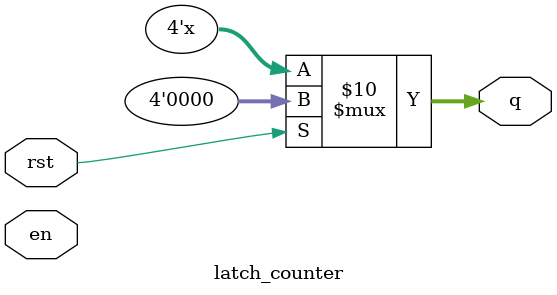
<source format=v>
module latch_counter (
    input wire en,   // Level-sensitive clock (acts like enable)
    input wire rst,      // Asynchronous reset
    output reg [3:0] q   // 4-bit counter output
);

    always @(rst, q, en) begin
        if (rst)
            q = 4'b0000;             // Reset counter
        else if (en)
            q = q + 1;               // Count up when enable is high
        // else: latch holds previous value (do nothing)
    end

endmodule

</source>
